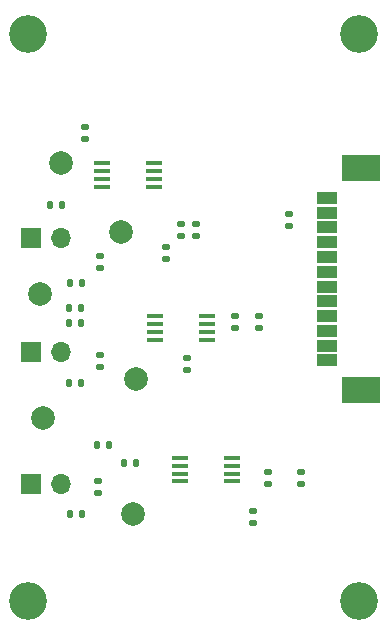
<source format=gts>
G04 #@! TF.GenerationSoftware,KiCad,Pcbnew,7.0.10*
G04 #@! TF.CreationDate,2024-11-08T18:26:31-05:00*
G04 #@! TF.ProjectId,Novel Mechanism 1 Board,4e6f7665-6c20-44d6-9563-68616e69736d,rev?*
G04 #@! TF.SameCoordinates,Original*
G04 #@! TF.FileFunction,Soldermask,Top*
G04 #@! TF.FilePolarity,Negative*
%FSLAX46Y46*%
G04 Gerber Fmt 4.6, Leading zero omitted, Abs format (unit mm)*
G04 Created by KiCad (PCBNEW 7.0.10) date 2024-11-08 18:26:31*
%MOMM*%
%LPD*%
G01*
G04 APERTURE LIST*
G04 Aperture macros list*
%AMRoundRect*
0 Rectangle with rounded corners*
0 $1 Rounding radius*
0 $2 $3 $4 $5 $6 $7 $8 $9 X,Y pos of 4 corners*
0 Add a 4 corners polygon primitive as box body*
4,1,4,$2,$3,$4,$5,$6,$7,$8,$9,$2,$3,0*
0 Add four circle primitives for the rounded corners*
1,1,$1+$1,$2,$3*
1,1,$1+$1,$4,$5*
1,1,$1+$1,$6,$7*
1,1,$1+$1,$8,$9*
0 Add four rect primitives between the rounded corners*
20,1,$1+$1,$2,$3,$4,$5,0*
20,1,$1+$1,$4,$5,$6,$7,0*
20,1,$1+$1,$6,$7,$8,$9,0*
20,1,$1+$1,$8,$9,$2,$3,0*%
G04 Aperture macros list end*
%ADD10R,1.700000X1.700000*%
%ADD11O,1.700000X1.700000*%
%ADD12RoundRect,0.140000X0.170000X-0.140000X0.170000X0.140000X-0.170000X0.140000X-0.170000X-0.140000X0*%
%ADD13RoundRect,0.135000X-0.135000X-0.185000X0.135000X-0.185000X0.135000X0.185000X-0.135000X0.185000X0*%
%ADD14C,2.000000*%
%ADD15C,3.200000*%
%ADD16RoundRect,0.076200X0.800000X-0.400000X0.800000X0.400000X-0.800000X0.400000X-0.800000X-0.400000X0*%
%ADD17RoundRect,0.076200X1.500000X-1.050000X1.500000X1.050000X-1.500000X1.050000X-1.500000X-1.050000X0*%
%ADD18R,1.371600X0.457200*%
%ADD19RoundRect,0.135000X0.185000X-0.135000X0.185000X0.135000X-0.185000X0.135000X-0.185000X-0.135000X0*%
%ADD20RoundRect,0.140000X-0.170000X0.140000X-0.170000X-0.140000X0.170000X-0.140000X0.170000X0.140000X0*%
%ADD21RoundRect,0.135000X-0.185000X0.135000X-0.185000X-0.135000X0.185000X-0.135000X0.185000X0.135000X0*%
G04 APERTURE END LIST*
D10*
X23368000Y-50546000D03*
D11*
X25908000Y-50546000D03*
D12*
X46228000Y-61694000D03*
X46228000Y-60734000D03*
D13*
X26583100Y-46817399D03*
X27603100Y-46817399D03*
D14*
X24384000Y-56134000D03*
D13*
X26668000Y-44663598D03*
X27688000Y-44663598D03*
X26583100Y-48087399D03*
X27603100Y-48087399D03*
D15*
X51110000Y-23625000D03*
D16*
X48408000Y-51249399D03*
X48408000Y-49999399D03*
X48408000Y-48749399D03*
X48408000Y-47499399D03*
X48408000Y-46249399D03*
X48408000Y-44999399D03*
X48408000Y-43749399D03*
X48408000Y-42499399D03*
X48408000Y-41249399D03*
X48408000Y-39999399D03*
X48408000Y-38749399D03*
X48408000Y-37499399D03*
D17*
X51308000Y-53799399D03*
X51308000Y-34949399D03*
D14*
X32004000Y-64262000D03*
D13*
X31240000Y-59944000D03*
X32260000Y-59944000D03*
D12*
X42672000Y-48486000D03*
X42672000Y-47526000D03*
D18*
X29386221Y-34585001D03*
X29386221Y-35234999D03*
X29386221Y-35885001D03*
X29386221Y-36534999D03*
X33780421Y-36534999D03*
X33780421Y-35885001D03*
X33780421Y-35234999D03*
X33780421Y-34585001D03*
D12*
X37338000Y-40698598D03*
X37338000Y-39738598D03*
D13*
X24977321Y-38100000D03*
X25997321Y-38100000D03*
D12*
X36068000Y-40698598D03*
X36068000Y-39738598D03*
D19*
X45212000Y-39880000D03*
X45212000Y-38860000D03*
D15*
X23110000Y-71625000D03*
D20*
X29210000Y-42446000D03*
X29210000Y-43406000D03*
D21*
X42164000Y-64006000D03*
X42164000Y-65026000D03*
D13*
X26583100Y-53167399D03*
X27603100Y-53167399D03*
D21*
X34798000Y-41613598D03*
X34798000Y-42633598D03*
D14*
X30988000Y-40386000D03*
D15*
X51080000Y-71625000D03*
D14*
X25908000Y-34544000D03*
X24119300Y-45628798D03*
D10*
X23368000Y-61722000D03*
D11*
X25908000Y-61722000D03*
D20*
X29210000Y-50828000D03*
X29210000Y-51788000D03*
D14*
X32258000Y-52832000D03*
D12*
X40640000Y-48486000D03*
X40640000Y-47526000D03*
D18*
X33870900Y-47539001D03*
X33870900Y-48188999D03*
X33870900Y-48839001D03*
X33870900Y-49488999D03*
X38265100Y-49488999D03*
X38265100Y-48839001D03*
X38265100Y-48188999D03*
X38265100Y-47539001D03*
D12*
X43434000Y-61694000D03*
X43434000Y-60734000D03*
D21*
X27940000Y-31494000D03*
X27940000Y-32514000D03*
D15*
X23110000Y-23625000D03*
D18*
X35991800Y-59548002D03*
X35991800Y-60198000D03*
X35991800Y-60848002D03*
X35991800Y-61498000D03*
X40386000Y-61498000D03*
X40386000Y-60848002D03*
X40386000Y-60198000D03*
X40386000Y-59548002D03*
D20*
X29020100Y-61496000D03*
X29020100Y-62456000D03*
D10*
X23363000Y-40894000D03*
D11*
X25903000Y-40894000D03*
D13*
X26668000Y-64262000D03*
X27688000Y-64262000D03*
D21*
X36576000Y-51052000D03*
X36576000Y-52072000D03*
D13*
X28954000Y-58420000D03*
X29974000Y-58420000D03*
M02*

</source>
